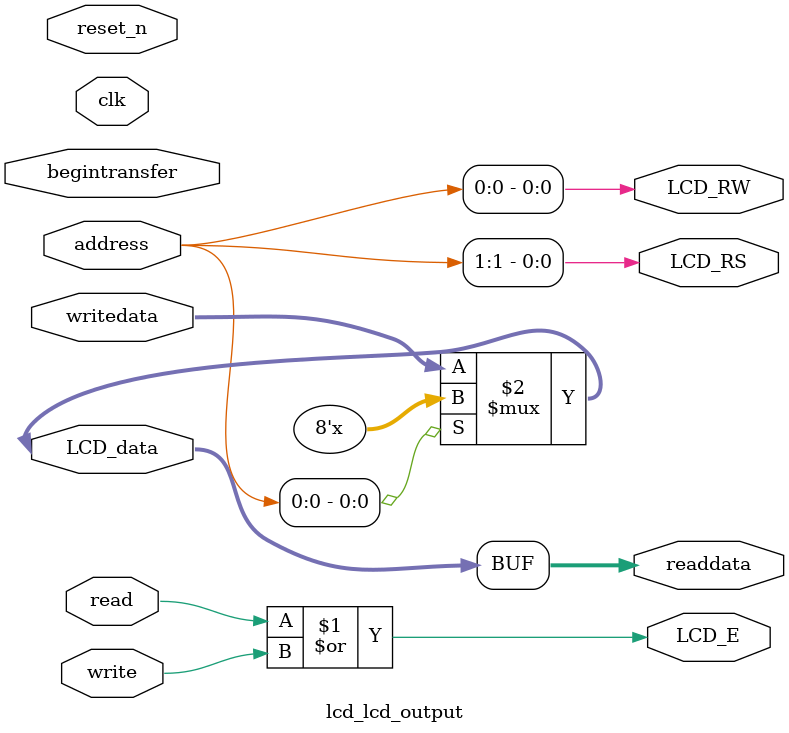
<source format=v>

`timescale 1ns / 1ps
// synthesis translate_on

// turn off superfluous verilog processor warnings 
// altera message_level Level1 
// altera message_off 10034 10035 10036 10037 10230 10240 10030 

module lcd_lcd_output (
                        // inputs:
                         address,
                         begintransfer,
                         clk,
                         read,
                         reset_n,
                         write,
                         writedata,

                        // outputs:
                         LCD_E,
                         LCD_RS,
                         LCD_RW,
                         LCD_data,
                         readdata
                      )
;

  output           LCD_E;
  output           LCD_RS;
  output           LCD_RW;
  inout   [  7: 0] LCD_data;
  output  [  7: 0] readdata;
  input   [  1: 0] address;
  input            begintransfer;
  input            clk;
  input            read;
  input            reset_n;
  input            write;
  input   [  7: 0] writedata;

  wire             LCD_E;
  wire             LCD_RS;
  wire             LCD_RW;
  wire    [  7: 0] LCD_data;
  wire    [  7: 0] readdata;
  assign LCD_RW = address[0];
  assign LCD_RS = address[1];
  assign LCD_E = read | write;
  assign LCD_data = (address[0]) ? {8{1'bz}} : writedata;
  assign readdata = LCD_data;
  //control_slave, which is an e_avalon_slave

endmodule


</source>
